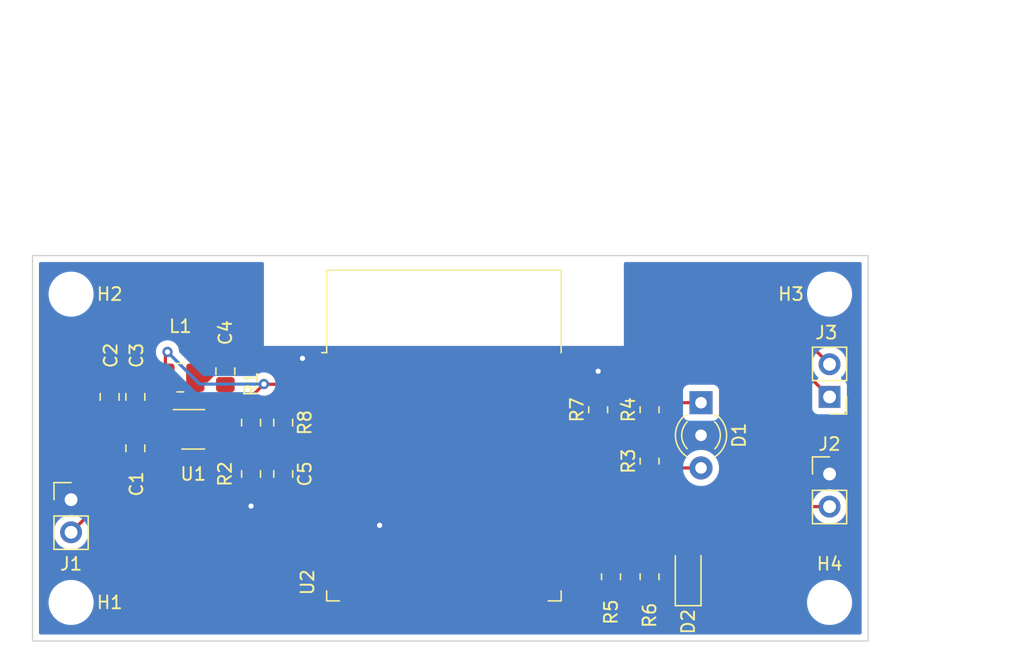
<source format=kicad_pcb>
(kicad_pcb (version 20211014) (generator pcbnew)
  (layers (0 "F.Cu" signal) (31 "B.Cu" signal) (34 "B.Paste" user) (35 "F.Paste" user) (36 "B.SilkS" user "B.Silkscreen") (37 "F.SilkS" user "F.Silkscreen") (38 "B.Mask" user) (39 "F.Mask" user) (44 "Edge.Cuts" user))
  (net 0 "")
  (net 1 "+9V")
  (net 2 "GND")
  (net 3 "+3.3V")
  (net 4 "Net-(C4-Pad1)")
  (net 5 "Net-(C4-Pad2)")
  (net 6 "Net-(R1-Pad2)")
  (net 8 "Net-(U2-Pad3)")
  (net 37 "Net-(R3-Pad2)")
  (net 39 "Net-(D1-Pad1)")
  (net 40 "Net-(D1-Pad3)")
  (net 41 "Net-(D2-Pad1)")
  (net 42 "Net-(J3-Pad1)")
  (net 43 "Net-(R4-Pad1)")
  (net 44 "Net-(R5-Pad1)")
  (footprint "Diode_SMD:D_SOD-123" (layer "F.Cu") (at 146 125 90)
    (fp_text reference "D2" (at -3.5 0 90) (layer "F.SilkS"))
    (fp_text value "D_Zener")
    (fp_line (start -2.25 -1) (end -2.25 1) (layer "F.SilkS") (width 0.12))
    (fp_line (start -2.25 1) (end 1.65 1) (layer "F.SilkS") (width 0.12))
    (fp_line (start -2.25 -1) (end 1.65 -1) (layer "F.SilkS") (width 0.12))
    (pad "1" smd rect (at -1.65 0 90) (size 0.9 1.2) (layers "F.Cu" "F.Paste" "F.Mask") (net 41 "Net-(D2-Pad1)"))
    (pad "2" smd rect (at 1.65 0 90) (size 0.9 1.2) (layers "F.Cu" "F.Paste" "F.Mask") (net 2 "GND"))
  )
  (footprint "Capacitor_SMD:C_0805_2012Metric_Pad1.18x1.45mm_HandSolder" (layer "F.Cu") (at 101 111 -90)
    (fp_text reference "C2" (at -3.225 -0.08388 90) (layer "F.SilkS"))
    (fp_text value "22uF")
    (fp_line (start -0.261252 -0.735) (end 0.261252 -0.735) (layer "F.SilkS") (width 0.12))
    (fp_line (start -0.261252 0.735) (end 0.261252 0.735) (layer "F.SilkS") (width 0.12))
    (pad "1" smd roundrect (at -1.0375 0 270) (size 1.175 1.45) (layers "F.Cu" "F.Paste" "F.Mask") (roundrect_rratio 0.2127659574) (net 3 "+3.3V"))
    (pad "2" smd roundrect (at 1.0375 0 270) (size 1.175 1.45) (layers "F.Cu" "F.Paste" "F.Mask") (roundrect_rratio 0.2127659574) (net 2 "GND"))
  )
  (footprint "Resistor_SMD:R_0805_2012Metric_Pad1.20x1.40mm_HandSolder" (layer "F.Cu") (at 143 116 90)
    (fp_text reference "R3" (at 0 -1.65 90) (layer "F.SilkS"))
    (fp_text value "62")
    (fp_line (start -0.227064 0.735) (end 0.227064 0.735) (layer "F.SilkS") (width 0.12))
    (fp_line (start -0.227064 -0.735) (end 0.227064 -0.735) (layer "F.SilkS") (width 0.12))
    (pad "1" smd roundrect (at -1 0 90) (size 1.2 1.4) (layers "F.Cu" "F.Paste" "F.Mask") (roundrect_rratio 0.2083333333) (net 40 "Net-(D1-Pad3)"))
    (pad "2" smd roundrect (at 1 0 90) (size 1.2 1.4) (layers "F.Cu" "F.Paste" "F.Mask") (roundrect_rratio 0.2083333333) (net 37 "Net-(R3-Pad2)"))
  )
  (footprint "Connector_PinHeader_2.54mm:PinHeader_1x02_P2.54mm_Vertical" (layer "F.Cu") (at 157 117)
    (fp_text reference "J2" (at 0 -2.33) (layer "F.SilkS"))
    (fp_text value "Treatment Port")
    (fp_line (start -1.33 0) (end -1.33 -1.33) (layer "F.SilkS") (width 0.12))
    (fp_line (start 1.33 1.27) (end 1.33 3.87) (layer "F.SilkS") (width 0.12))
    (fp_line (start -1.33 1.27) (end -1.33 3.87) (layer "F.SilkS") (width 0.12))
    (fp_line (start -1.33 -1.33) (end 0 -1.33) (layer "F.SilkS") (width 0.12))
    (fp_line (start -1.33 3.87) (end 1.33 3.87) (layer "F.SilkS") (width 0.12))
    (fp_line (start -1.33 1.27) (end 1.33 1.27) (layer "F.SilkS") (width 0.12))
    (pad "1" thru_hole rect (at 0 0) (size 1.7 1.7) (drill 1) (layers *.Cu *.Mask) (net 2 "GND"))
    (pad "2" thru_hole oval (at 0 2.54) (size 1.7 1.7) (drill 1) (layers *.Cu *.Mask) (net 41 "Net-(D2-Pad1)"))
  )
  (footprint "MountingHole:MountingHole_2.5mm" (layer "F.Cu") (at 157 127)
    (fp_text reference "H4" (at 0 -3) (layer "F.SilkS"))
    (fp_text value "MountingHole")
    (pad "" np_thru_hole circle (at 0 0) (size 2.5 2.5) (drill 2.5) (layers *.Cu *.Mask))
  )
  (footprint "Resistor_SMD:R_0805_2012Metric_Pad1.20x1.40mm_HandSolder" (layer "F.Cu") (at 143 125 90)
    (fp_text reference "R6" (at -3 0 90) (layer "F.SilkS"))
    (fp_text value "1k")
    (fp_line (start -0.227064 -0.735) (end 0.227064 -0.735) (layer "F.SilkS") (width 0.12))
    (fp_line (start -0.227064 0.735) (end 0.227064 0.735) (layer "F.SilkS") (width 0.12))
    (pad "1" smd roundrect (at -1 0 90) (size 1.2 1.4) (layers "F.Cu" "F.Paste" "F.Mask") (roundrect_rratio 0.2083333333) (net 41 "Net-(D2-Pad1)"))
    (pad "2" smd roundrect (at 1 0 90) (size 1.2 1.4) (layers "F.Cu" "F.Paste" "F.Mask") (roundrect_rratio 0.2083333333) (net 2 "GND"))
  )
  (footprint "Capacitor_SMD:C_0805_2012Metric_Pad1.18x1.45mm_HandSolder" (layer "F.Cu") (at 114.5 117 -90)
    (fp_text reference "C5" (at 0 -1.68 90) (layer "F.SilkS"))
    (fp_text value "100nF")
    (fp_line (start -0.261252 0.735) (end 0.261252 0.735) (layer "F.SilkS") (width 0.12))
    (fp_line (start -0.261252 -0.735) (end 0.261252 -0.735) (layer "F.SilkS") (width 0.12))
    (pad "1" smd roundrect (at -1.0375 0 270) (size 1.175 1.45) (layers "F.Cu" "F.Paste" "F.Mask") (roundrect_rratio 0.212766) (net 8 "Net-(U2-Pad3)"))
    (pad "2" smd roundrect (at 1.0375 0 270) (size 1.175 1.45) (layers "F.Cu" "F.Paste" "F.Mask") (roundrect_rratio 0.212766) (net 2 "GND"))
  )
  (footprint "Resistor_SMD:R_0805_2012Metric_Pad1.20x1.40mm_HandSolder" (layer "F.Cu") (at 140 125 -90)
    (fp_text reference "R5" (at 2.75 0 90) (layer "F.SilkS"))
    (fp_text value "1k")
    (fp_line (start -0.227064 0.735) (end 0.227064 0.735) (layer "F.SilkS") (width 0.12))
    (fp_line (start -0.227064 -0.735) (end 0.227064 -0.735) (layer "F.SilkS") (width 0.12))
    (pad "1" smd roundrect (at -1 0 270) (size 1.2 1.4) (layers "F.Cu" "F.Paste" "F.Mask") (roundrect_rratio 0.2083333333) (net 44 "Net-(R5-Pad1)"))
    (pad "2" smd roundrect (at 1 0 270) (size 1.2 1.4) (layers "F.Cu" "F.Paste" "F.Mask") (roundrect_rratio 0.2083333333) (net 41 "Net-(D2-Pad1)"))
  )
  (footprint "Connector_PinHeader_2.54mm:PinHeader_1x02_P2.54mm_Vertical" (layer "F.Cu") (at 98 119)
    (fp_text reference "J1" (at 0 5) (layer "F.SilkS"))
    (fp_text value "9V")
    (fp_line (start 1.33 1.27) (end 1.33 3.87) (layer "F.SilkS") (width 0.12))
    (fp_line (start -1.33 1.27) (end -1.33 3.87) (layer "F.SilkS") (width 0.12))
    (fp_line (start -1.33 0) (end -1.33 -1.33) (layer "F.SilkS") (width 0.12))
    (fp_line (start -1.33 1.27) (end 1.33 1.27) (layer "F.SilkS") (width 0.12))
    (fp_line (start -1.33 3.87) (end 1.33 3.87) (layer "F.SilkS") (width 0.12))
    (fp_line (start -1.33 -1.33) (end 0 -1.33) (layer "F.SilkS") (width 0.12))
    (pad "1" thru_hole rect (at 0 0) (size 1.7 1.7) (drill 1) (layers *.Cu *.Mask) (net 2 "GND"))
    (pad "2" thru_hole oval (at 0 2.54) (size 1.7 1.7) (drill 1) (layers *.Cu *.Mask) (net 1 "+9V"))
  )
  (footprint "RF_Module:ESP32-WROOM-32" (layer "F.Cu") (at 127 117)
    (fp_text reference "U2" (at -10.61 8.43 90) (layer "F.SilkS"))
    (fp_text value "ESP32-WROOM-32D")
    (fp_line (start 9.12 9.88) (end 8.12 9.88) (layer "F.SilkS") (width 0.12))
    (fp_line (start -9.12 9.88) (end -8.12 9.88) (layer "F.SilkS") (width 0.12))
    (fp_line (start -9.12 -15.865) (end 9.12 -15.865) (layer "F.SilkS") (width 0.12))
    (fp_line (start -9.12 -9.445) (end -9.5 -9.445) (layer "F.SilkS") (width 0.12))
    (fp_line (start 9.12 -15.865) (end 9.12 -9.445) (layer "F.SilkS") (width 0.12))
    (fp_line (start -9.12 9.1) (end -9.12 9.88) (layer "F.SilkS") (width 0.12))
    (fp_line (start -9.12 -15.865) (end -9.12 -9.445) (layer "F.SilkS") (width 0.12))
    (fp_line (start 9.12 9.1) (end 9.12 9.88) (layer "F.SilkS") (width 0.12))
    (pad "1" smd rect (at -8.5 -8.255) (size 2 0.9) (layers "F.Cu" "F.Paste" "F.Mask") (net 2 "GND"))
    (pad "2" smd rect (at -8.5 -6.985) (size 2 0.9) (layers "F.Cu" "F.Paste" "F.Mask") (net 3 "+3.3V"))
    (pad "3" smd rect (at -8.5 -5.715) (size 2 0.9) (layers "F.Cu" "F.Paste" "F.Mask") (net 8 "Net-(U2-Pad3)"))
    (pad "4" smd rect (at -8.5 -4.445) (size 2 0.9) (layers "F.Cu" "F.Paste" "F.Mask"))
    (pad "5" smd rect (at -8.5 -3.175) (size 2 0.9) (layers "F.Cu" "F.Paste" "F.Mask"))
    (pad "6" smd rect (at -8.5 -1.905) (size 2 0.9) (layers "F.Cu" "F.Paste" "F.Mask"))
    (pad "7" smd rect (at -8.5 -0.635) (size 2 0.9) (layers "F.Cu" "F.Paste" "F.Mask"))
    (pad "8" smd rect (at -8.5 0.635) (size 2 0.9) (layers "F.Cu" "F.Paste" "F.Mask"))
    (pad "9" smd rect (at -8.5 1.905) (size 2 0.9) (layers "F.Cu" "F.Paste" "F.Mask"))
    (pad "10" smd rect (at -8.5 3.175) (size 2 0.9) (layers "F.Cu" "F.Paste" "F.Mask"))
    (pad "11" smd rect (at -8.5 4.445) (size 2 0.9) (layers "F.Cu" "F.Paste" "F.Mask"))
    (pad "12" smd rect (at -8.5 5.715) (size 2 0.9) (layers "F.Cu" "F.Paste" "F.Mask"))
    (pad "13" smd rect (at -8.5 6.985) (size 2 0.9) (layers "F.Cu" "F.Paste" "F.Mask"))
    (pad "14" smd rect (at -8.5 8.255) (size 2 0.9) (layers "F.Cu" "F.Paste" "F.Mask"))
    (pad "15" smd rect (at -5.715 9.255 90) (size 2 0.9) (layers "F.Cu" "F.Paste" "F.Mask") (net 2 "GND"))
    (pad "16" smd rect (at -4.445 9.255 90) (size 2 0.9) (layers "F.Cu" "F.Paste" "F.Mask"))
    (pad "17" smd rect (at -3.175 9.255 90) (size 2 0.9) (layers "F.Cu" "F.Paste" "F.Mask"))
    (pad "18" smd rect (at -1.905 9.255 90) (size 2 0.9) (layers "F.Cu" "F.Paste" "F.Mask"))
    (pad "19" smd rect (at -0.635 9.255 90) (size 2 0.9) (layers "F.Cu" "F.Paste" "F.Mask"))
    (pad "20" smd rect (at 0.635 9.255 90) (size 2 0.9) (layers "F.Cu" "F.Paste" "F.Mask"))
    (pad "21" smd rect (at 1.905 9.255 90) (size 2 0.9) (layers "F.Cu" "F.Paste" "F.Mask"))
    (pad "22" smd rect (at 3.175 9.255 90) (size 2 0.9) (layers "F.Cu" "F.Paste" "F.Mask"))
    (pad "23" smd rect (at 4.445 9.255 90) (size 2 0.9) (layers "F.Cu" "F.Paste" "F.Mask"))
    (pad "24" smd rect (at 5.715 9.255 90) (size 2 0.9) (layers "F.Cu" "F.Paste" "F.Mask"))
    (pad "25" smd rect (at 8.5 8.255) (size 2 0.9) (layers "F.Cu" "F.Paste" "F.Mask"))
    (pad "26" smd rect (at 8.5 6.985) (size 2 0.9) (layers "F.Cu" "F.Paste" "F.Mask") (net 44 "Net-(R5-Pad1)"))
    (pad "27" smd rect (at 8.5 5.715) (size 2 0.9) (layers "F.Cu" "F.Paste" "F.Mask") (net 37 "Net-(R3-Pad2)"))
    (pad "28" smd rect (at 8.5 4.445) (size 2 0.9) (layers "F.Cu" "F.Paste" "F.Mask") (net 43 "Net-(R4-Pad1)"))
    (pad "29" smd rect (at 8.5 3.175) (size 2 0.9) (layers "F.Cu" "F.Paste" "F.Mask"))
    (pad "30" smd rect (at 8.5 1.905) (size 2 0.9) (layers "F.Cu" "F.Paste" "F.Mask") (net 42 "Net-(J3-Pad1)"))
    (pad "31" smd rect (at 8.5 0.635) (size 2 0.9) (layers "F.Cu" "F.Paste" "F.Mask"))
    (pad "32" smd rect (at 8.5 -0.635) (size 2 0.9) (layers "F.Cu" "F.Paste" "F.Mask"))
    (pad "33" smd rect (at 8.5 -1.905) (size 2 0.9) (layers "F.Cu" "F.Paste" "F.Mask"))
    (pad "34" smd rect (at 8.5 -3.175) (size 2 0.9) (layers "F.Cu" "F.Paste" "F.Mask"))
    (pad "35" smd rect (at 8.5 -4.445) (size 2 0.9) (layers "F.Cu" "F.Paste" "F.Mask"))
    (pad "36" smd rect (at 8.5 -5.715) (size 2 0.9) (layers "F.Cu" "F.Paste" "F.Mask"))
    (pad "37" smd rect (at 8.5 -6.985) (size 2 0.9) (layers "F.Cu" "F.Paste" "F.Mask"))
    (pad "38" smd rect (at 8.5 -8.255) (size 2 0.9) (layers "F.Cu" "F.Paste" "F.Mask") (net 2 "GND"))
    (pad "39" smd rect (at -1 -0.755) (size 5 5) (layers "F.Cu" "F.Paste" "F.Mask") (net 2 "GND"))
    (zone (net 0) (net_name "") (layers *.Cu) (connect_pads (clearance 0)) (min_thickness 0.254)
      (keepout (tracks not_allowed) (vias not_allowed) (pads not_allowed) (copperpour not_allowed) (footprints not_allowed))
      (fill (thermal_gap 0.508) (thermal_bridge_width 0.508))
      (polygon (pts (xy 113 107.03) (xy 141 107.03) (xy 141 96.25) (xy 113 96.25)))
    )
  )
  (footprint "Capacitor_SMD:C_0805_2012Metric_Pad1.18x1.45mm_HandSolder" (layer "F.Cu") (at 112 113 -90)
    (fp_text reference "R1" (at -3 0 90) (layer "F.SilkS"))
    (fp_text value "31k6")
    (fp_line (start -0.261252 0.735) (end 0.261252 0.735) (layer "F.SilkS") (width 0.12))
    (fp_line (start -0.261252 -0.735) (end 0.261252 -0.735) (layer "F.SilkS") (width 0.12))
    (pad "1" smd roundrect (at -1.0375 0 270) (size 1.175 1.45) (layers "F.Cu" "F.Paste" "F.Mask") (roundrect_rratio 0.2127659574) (net 3 "+3.3V"))
    (pad "2" smd roundrect (at 1.0375 0 270) (size 1.175 1.45) (layers "F.Cu" "F.Paste" "F.Mask") (roundrect_rratio 0.2127659574) (net 6 "Net-(R1-Pad2)"))
  )
  (footprint "MountingHole:MountingHole_2.5mm" (layer "F.Cu") (at 98 127)
    (fp_text reference "H1" (at 3 0) (layer "F.SilkS"))
    (fp_text value "MountingHole")
    (pad "" np_thru_hole circle (at 0 0) (size 2.5 2.5) (drill 2.5) (layers *.Cu *.Mask))
  )
  (footprint "Capacitor_SMD:C_0805_2012Metric_Pad1.18x1.45mm_HandSolder" (layer "F.Cu") (at 114.5 113 -90)
    (fp_text reference "R8" (at 0 -1.68 90) (layer "F.SilkS"))
    (fp_text value "10k")
    (fp_line (start -0.261252 0.735) (end 0.261252 0.735) (layer "F.SilkS") (width 0.12))
    (fp_line (start -0.261252 -0.735) (end 0.261252 -0.735) (layer "F.SilkS") (width 0.12))
    (pad "1" smd roundrect (at -1.0375 0 270) (size 1.175 1.45) (layers "F.Cu" "F.Paste" "F.Mask") (roundrect_rratio 0.212766) (net 3 "+3.3V"))
    (pad "2" smd roundrect (at 1.0375 0 270) (size 1.175 1.45) (layers "F.Cu" "F.Paste" "F.Mask") (roundrect_rratio 0.212766) (net 8 "Net-(U2-Pad3)"))
  )
  (footprint "MountingHole:MountingHole_2.5mm" (layer "F.Cu") (at 157 103)
    (fp_text reference "H3" (at -3 0) (layer "F.SilkS"))
    (fp_text value "MountingHole")
    (pad "" np_thru_hole circle (at 0 0) (size 2.5 2.5) (drill 2.5) (layers *.Cu *.Mask))
  )
  (footprint "Capacitor_SMD:C_0805_2012Metric_Pad1.18x1.45mm_HandSolder" (layer "F.Cu") (at 103 115 90)
    (fp_text reference "C1" (at -2.775 0.08388 90) (layer "F.SilkS"))
    (fp_text value "10uF")
    (fp_line (start -0.261252 0.735) (end 0.261252 0.735) (layer "F.SilkS") (width 0.12))
    (fp_line (start -0.261252 -0.735) (end 0.261252 -0.735) (layer "F.SilkS") (width 0.12))
    (pad "1" smd roundrect (at -1.0375 0 90) (size 1.175 1.45) (layers "F.Cu" "F.Paste" "F.Mask") (roundrect_rratio 0.2127659574) (net 1 "+9V"))
    (pad "2" smd roundrect (at 1.0375 0 90) (size 1.175 1.45) (layers "F.Cu" "F.Paste" "F.Mask") (roundrect_rratio 0.2127659574) (net 2 "GND"))
  )
  (footprint "Capacitor_SMD:C_0805_2012Metric_Pad1.18x1.45mm_HandSolder" (layer "F.Cu") (at 112 117 -90)
    (fp_text reference "R2" (at 0 2.025 90) (layer "F.SilkS"))
    (fp_text value "10k")
    (fp_line (start -0.261252 0.735) (end 0.261252 0.735) (layer "F.SilkS") (width 0.12))
    (fp_line (start -0.261252 -0.735) (end 0.261252 -0.735) (layer "F.SilkS") (width 0.12))
    (pad "1" smd roundrect (at -1.0375 0 270) (size 1.175 1.45) (layers "F.Cu" "F.Paste" "F.Mask") (roundrect_rratio 0.2127659574) (net 6 "Net-(R1-Pad2)"))
    (pad "2" smd roundrect (at 1.0375 0 270) (size 1.175 1.45) (layers "F.Cu" "F.Paste" "F.Mask") (roundrect_rratio 0.2127659574) (net 2 "GND"))
  )
  (footprint "Connector_PinHeader_2.54mm:PinHeader_1x02_P2.54mm_Vertical" (layer "F.Cu") (at 157 111 180)
    (fp_text reference "J3" (at 0.25 5) (layer "F.SilkS"))
    (fp_text value "Bracelet Enable")
    (fp_line (start -1.33 0) (end -1.33 -1.33) (layer "F.SilkS") (width 0.12))
    (fp_line (start -1.33 3.87) (end 1.33 3.87) (layer "F.SilkS") (width 0.12))
    (fp_line (start -1.33 1.27) (end 1.33 1.27) (layer "F.SilkS") (width 0.12))
    (fp_line (start -1.33 -1.33) (end 0 -1.33) (layer "F.SilkS") (width 0.12))
    (fp_line (start -1.33 1.27) (end -1.33 3.87) (layer "F.SilkS") (width 0.12))
    (fp_line (start 1.33 1.27) (end 1.33 3.87) (layer "F.SilkS") (width 0.12))
    (pad "1" thru_hole rect (at 0 0 180) (size 1.7 1.7) (drill 1) (layers *.Cu *.Mask) (net 42 "Net-(J3-Pad1)"))
    (pad "2" thru_hole oval (at 0 2.54 180) (size 1.7 1.7) (drill 1) (layers *.Cu *.Mask) (net 3 "+3.3V"))
  )
  (footprint "LED_THT:LED_D3.0mm-3" (layer "F.Cu") (at 147 111.45 -90)
    (fp_text reference "D1" (at 2.54 -2.96 90) (layer "F.SilkS"))
    (fp_text value "LED_Dual_AKA")
    (fp_line (start 0.98 -1.236) (end 0.98 -1.08) (layer "F.SilkS") (width 0.12))
    (fp_line (start 0.98 1.08) (end 0.98 1.236) (layer "F.SilkS") (width 0.12))
    (fp_arc (start 4.212335 1.078608) (mid 2.636487 1.987659) (end 0.98 1.235516) (layer "F.SilkS") (width 0.12))
    (fp_arc (start 0.98 -1.235516) (mid 2.636487 -1.987659) (end 4.212335 -1.078608) (layer "F.SilkS") (width 0.12))
    (fp_arc (start 1.499039 -1.08) (mid 2.540117 -1.5) (end 3.58113 -1.079837) (layer "F.SilkS") (width 0.12))
    (fp_arc (start 3.58113 1.079837) (mid 2.540117 1.5) (end 1.499039 1.08) (layer "F.SilkS") (width 0.12))
    (pad "1" thru_hole rect (at 0 0 270) (size 1.8 1.8) (drill 0.9) (layers *.Cu *.Mask) (net 39 "Net-(D1-Pad1)"))
    (pad "2" thru_hole circle (at 2.54 0 270) (size 1.8 1.8) (drill 0.9) (layers *.Cu *.Mask) (net 2 "GND"))
    (pad "3" thru_hole circle (at 5.08 0 270) (size 1.8 1.8) (drill 0.9) (layers *.Cu *.Mask) (net 40 "Net-(D1-Pad3)"))
  )
  (footprint "Capacitor_SMD:C_0805_2012Metric_Pad1.18x1.45mm_HandSolder" (layer "F.Cu") (at 110 109 -90)
    (fp_text reference "C4" (at -3 0 90) (layer "F.SilkS"))
    (fp_text value "100nF")
    (fp_line (start -0.261252 -0.735) (end 0.261252 -0.735) (layer "F.SilkS") (width 0.12))
    (fp_line (start -0.261252 0.735) (end 0.261252 0.735) (layer "F.SilkS") (width 0.12))
    (pad "1" smd roundrect (at -1.0375 0 270) (size 1.175 1.45) (layers "F.Cu" "F.Paste" "F.Mask") (roundrect_rratio 0.2127659574) (net 4 "Net-(C4-Pad1)"))
    (pad "2" smd roundrect (at 1.0375 0 270) (size 1.175 1.45) (layers "F.Cu" "F.Paste" "F.Mask") (roundrect_rratio 0.2127659574) (net 5 "Net-(C4-Pad2)"))
  )
  (footprint "Inductor_SMD:L_1008_2520Metric_Pad1.43x2.20mm_HandSolder" (layer "F.Cu") (at 106.5 109.5 180)
    (fp_text reference "L1" (at 0 4) (layer "F.SilkS"))
    (fp_text value "3.3uH")
    (fp_line (start -0.261252 1.11) (end 0.261252 1.11) (layer "F.SilkS") (width 0.12))
    (fp_line (start -0.261252 -1.11) (end 0.261252 -1.11) (layer "F.SilkS") (width 0.12))
    (pad "1" smd roundrect (at -1.1625 0 180) (size 1.425 2.2) (layers "F.Cu" "F.Paste" "F.Mask") (roundrect_rratio 0.1754392982) (net 4 "Net-(C4-Pad1)"))
    (pad "2" smd roundrect (at 1.1625 0 180) (size 1.425 2.2) (layers "F.Cu" "F.Paste" "F.Mask") (roundrect_rratio 0.1754392982) (net 3 "+3.3V"))
  )
  (footprint "Capacitor_SMD:C_0805_2012Metric_Pad1.18x1.45mm_HandSolder" (layer "F.Cu") (at 103 111 -90)
    (fp_text reference "C3" (at -3.225 -0.08388 90) (layer "F.SilkS"))
    (fp_text value "22uF")
    (fp_line (start -0.261252 -0.735) (end 0.261252 -0.735) (layer "F.SilkS") (width 0.12))
    (fp_line (start -0.261252 0.735) (end 0.261252 0.735) (layer "F.SilkS") (width 0.12))
    (pad "1" smd roundrect (at -1.0375 0 270) (size 1.175 1.45) (layers "F.Cu" "F.Paste" "F.Mask") (roundrect_rratio 0.2127659574) (net 3 "+3.3V"))
    (pad "2" smd roundrect (at 1.0375 0 270) (size 1.175 1.45) (layers "F.Cu" "F.Paste" "F.Mask") (roundrect_rratio 0.2127659574) (net 2 "GND"))
  )
  (footprint "MountingHole:MountingHole_2.5mm" (layer "F.Cu") (at 98 103)
    (fp_text reference "H2" (at 3 0) (layer "F.SilkS"))
    (fp_text value "MountingHole")
    (pad "" np_thru_hole circle (at 0 0) (size 2.5 2.5) (drill 2.5) (layers *.Cu *.Mask))
  )
  (footprint "Package_TO_SOT_SMD:TSOT-23-6_HandSoldering" (layer "F.Cu") (at 107.5 113.5)
    (fp_text reference "U1" (at 0 3.5) (layer "F.SilkS"))
    (fp_text value "AP62250WU")
    (fp_line (start -0.88 1.56) (end 0.88 1.56) (layer "F.SilkS") (width 0.12))
    (fp_line (start 0.88 -1.51) (end -1.55 -1.51) (layer "F.SilkS") (width 0.12))
    (pad "1" smd rect (at -1.71 -0.95) (size 2 0.65) (layers "F.Cu" "F.Paste" "F.Mask") (net 2 "GND"))
    (pad "2" smd rect (at -1.71 0) (size 2 0.65) (layers "F.Cu" "F.Paste" "F.Mask") (net 4 "Net-(C4-Pad1)"))
    (pad "3" smd rect (at -1.71 0.95) (size 2 0.65) (layers "F.Cu" "F.Paste" "F.Mask") (net 1 "+9V"))
    (pad "4" smd rect (at 1.71 0.95) (size 2 0.65) (layers "F.Cu" "F.Paste" "F.Mask") (net 6 "Net-(R1-Pad2)"))
    (pad "5" smd rect (at 1.71 0) (size 2 0.65) (layers "F.Cu" "F.Paste" "F.Mask"))
    (pad "6" smd rect (at 1.71 -0.95) (size 2 0.65) (layers "F.Cu" "F.Paste" "F.Mask") (net 5 "Net-(C4-Pad2)"))
  )
  (footprint "Resistor_SMD:R_0805_2012Metric_Pad1.20x1.40mm_HandSolder" (layer "F.Cu") (at 139 112 90)
    (fp_text reference "R7" (at 0 -1.65 90) (layer "F.SilkS"))
    (fp_text value "1k")
    (fp_line (start -0.227064 0.735) (end 0.227064 0.735) (layer "F.SilkS") (width 0.12))
    (fp_line (start -0.227064 -0.735) (end 0.227064 -0.735) (layer "F.SilkS") (width 0.12))
    (pad "1" smd roundrect (at -1 0 90) (size 1.2 1.4) (layers "F.Cu" "F.Paste" "F.Mask") (roundrect_rratio 0.2083333333) (net 42 "Net-(J3-Pad1)"))
    (pad "2" smd roundrect (at 1 0 90) (size 1.2 1.4) (layers "F.Cu" "F.Paste" "F.Mask") (roundrect_rratio 0.2083333333) (net 2 "GND"))
  )
  (footprint "Resistor_SMD:R_0805_2012Metric_Pad1.20x1.40mm_HandSolder" (layer "F.Cu") (at 143 112 90)
    (fp_text reference "R4" (at 0 -1.65 90) (layer "F.SilkS"))
    (fp_text value "62")
    (fp_line (start -0.227064 -0.735) (end 0.227064 -0.735) (layer "F.SilkS") (width 0.12))
    (fp_line (start -0.227064 0.735) (end 0.227064 0.735) (layer "F.SilkS") (width 0.12))
    (pad "1" smd roundrect (at -1 0 90) (size 1.2 1.4) (layers "F.Cu" "F.Paste" "F.Mask") (roundrect_rratio 0.2083333333) (net 43 "Net-(R4-Pad1)"))
    (pad "2" smd roundrect (at 1 0 90) (size 1.2 1.4) (layers "F.Cu" "F.Paste" "F.Mask") (roundrect_rratio 0.2083333333) (net 39 "Net-(D1-Pad1)"))
  )
  (gr_rect (start 95 100) (end 160 130) (layer "Edge.Cuts") (width 0.1) (fill none))
  (segment (start 98 121.54) (end 103 116.54) (width 0.25) (layer "F.Cu") (net 1))
  (segment (start 103 116.0375) (end 104.2025 116.0375) (width 0.75) (layer "F.Cu") (net 1))
  (segment (start 103 116.54) (end 103 116.0375) (width 0.25) (layer "F.Cu") (net 1))
  (segment (start 104.2025 116.0375) (end 105.79 114.45) (width 0.75) (layer "F.Cu") (net 1))
  (segment (start 138.745 108.745) (end 135.5 108.745) (width 0.25) (layer "F.Cu") (net 2))
  (segment (start 116.745 108.745) (end 116 108) (width 0.25) (layer "F.Cu") (net 2))
  (segment (start 143 124) (end 143.65 123.35) (width 0.25) (layer "F.Cu") (net 2))
  (segment (start 101.5125 112.55) (end 101 112.0375) (width 0.75) (layer "F.Cu") (net 2))
  (segment (start 126 117) (end 122 121) (width 0.25) (layer "F.Cu") (net 2))
  (segment (start 143.65 123.35) (end 146 123.35) (width 0.25) (layer "F.Cu") (net 2))
  (segment (start 112 118.0375) (end 112 119.5) (width 0.25) (layer "F.Cu") (net 2))
  (segment (start 152 117) (end 157 117) (width 0.25) (layer "F.Cu") (net 2))
  (segment (start 103 112.0375) (end 103 113.9625) (width 0.75) (layer "F.Cu") (net 2))
  (segment (start 118.5 108.745) (end 116.745 108.745) (width 0.25) (layer "F.Cu") (net 2))
  (segment (start 139 111) (end 139 109) (width 0.25) (layer "F.Cu") (net 2))
  (segment (start 139 109) (end 138.745 108.745) (width 0.25) (layer "F.Cu") (net 2))
  (segment (start 114.5 118.0375) (end 112 118.0375) (width 0.25) (layer "F.Cu") (net 2))
  (segment (start 121.285 126.255) (end 121.285 121.715) (width 0.25) (layer "F.Cu") (net 2))
  (segment (start 126 116.245) (end 126 117) (width 0.25) (layer "F.Cu") (net 2))
  (segment (start 103 114) (end 103 113.9625) (width 0.25) (layer "F.Cu") (net 2))
  (segment (start 98 119) (end 103 114) (width 0.25) (layer "F.Cu") (net 2))
  (segment (start 146 123) (end 152 117) (width 0.25) (layer "F.Cu") (net 2))
  (segment (start 146 123.35) (end 146 123) (width 0.25) (layer "F.Cu") (net 2))
  (segment (start 105.79 112.55) (end 101.5125 112.55) (width 0.75) (layer "F.Cu") (net 2))
  (segment (start 121.285 121.715) (end 122 121) (width 0.25) (layer "F.Cu") (net 2))
  (via (at 122 121) (size 0.8) (drill 0.4) (layers "F.Cu" "B.Cu") (net 2))
  (via (at 116 108) (size 0.8) (drill 0.4) (layers "F.Cu" "B.Cu") (net 2))
  (via (at 112 119.5) (size 0.8) (drill 0.4) (layers "F.Cu" "B.Cu") (net 2))
  (via (at 139 109) (size 0.8) (drill 0.4) (layers "F.Cu" "B.Cu") (net 2))
  (segment (start 112 111) (end 113 110) (width 0.25) (layer "F.Cu") (net 3))
  (segment (start 113.015 110.015) (end 114.485 110.015) (width 0.25) (layer "F.Cu") (net 3))
  (segment (start 114.5 111.9625) (end 114.5 110.03) (width 0.25) (layer "F.Cu") (net 3))
  (segment (start 105.3375 109.5) (end 105.3375 107.6625) (width 0.25) (layer "F.Cu") (net 3))
  (segment (start 103 109.9625) (end 104.875 109.9625) (width 0.75) (layer "F.Cu") (net 3))
  (segment (start 157 108.46) (end 156.04 107.5) (width 0.25) (layer "F.Cu") (net 3))
  (segment (start 119.75 110.015) (end 118.5 110.015) (width 0.25) (layer "F.Cu") (net 3))
  (segment (start 112 111.9625) (end 112 111) (width 0.25) (layer "F.Cu") (net 3))
  (segment (start 156.04 107.5) (end 122.265 107.5) (width 0.25) (layer "F.Cu") (net 3))
  (segment (start 122.265 107.5) (end 119.75 110.015) (width 0.25) (layer "F.Cu") (net 3))
  (segment (start 114.485 110.015) (end 118.5 110.015) (width 0.25) (layer "F.Cu") (net 3))
  (segment (start 113 110) (end 113.015 110.015) (width 0.25) (layer "F.Cu") (net 3))
  (segment (start 101 109.9625) (end 103 109.9625) (width 0.75) (layer "F.Cu") (net 3))
  (segment (start 105.3375 107.6625) (end 105.5 107.5) (width 0.25) (layer "F.Cu") (net 3))
  (segment (start 104.875 109.9625) (end 105.3375 109.5) (width 0.25) (layer "F.Cu") (net 3))
  (segment (start 114.5 110.03) (end 114.485 110.015) (width 0.25) (layer "F.Cu") (net 3))
  (via (at 113 110) (size 0.8) (drill 0.4) (layers "F.Cu" "B.Cu") (net 3))
  (via (at 105.5 107.5) (size 0.8) (drill 0.4) (layers "F.Cu" "B.Cu") (net 3))
  (segment (start 108 110) (end 113 110) (width 0.25) (layer "B.Cu") (net 3))
  (segment (start 105.5 107.5) (end 108 110) (width 0.25) (layer "B.Cu") (net 3))
  (segment (start 107.6625 109.5) (end 108.4625 109.5) (width 0.75) (layer "F.Cu") (net 4))
  (segment (start 107.6625 112.8375) (end 107 113.5) (width 0.75) (layer "F.Cu") (net 4))
  (segment (start 107.6625 109.5) (end 107.6625 112.8375) (width 0.75) (layer "F.Cu") (net 4))
  (segment (start 107 113.5) (end 105.79 113.5) (width 0.25) (layer "F.Cu") (net 4))
  (segment (start 108.4625 109.5) (end 110 107.9625) (width 0.75) (layer "F.Cu") (net 4))
  (segment (start 110 112.5) (end 109.95 112.55) (width 0.25) (layer "F.Cu") (net 5))
  (segment (start 109.95 112.55) (end 109.21 112.55) (width 0.25) (layer "F.Cu") (net 5))
  (segment (start 110 110.0375) (end 110 112.5) (width 0.25) (layer "F.Cu") (net 5))
  (segment (start 112 114.0375) (end 112 115.9625) (width 0.25) (layer "F.Cu") (net 6))
  (segment (start 109.21 114.45) (end 111.5875 114.45) (width 0.25) (layer "F.Cu") (net 6))
  (segment (start 111.5875 114.45) (end 112 114.0375) (width 0.25) (layer "F.Cu") (net 6))
  (segment (start 116 113) (end 116 112) (width 0.25) (layer "F.Cu") (net 8))
  (segment (start 114.5 114.0375) (end 114.9625 114.0375) (width 0.25) (layer "F.Cu") (net 8))
  (segment (start 114.5 114.0375) (end 114.5 115.9625) (width 0.25) (layer "F.Cu") (net 8))
  (segment (start 114.9625 114.0375) (end 116 113) (width 0.25) (layer "F.Cu") (net 8))
  (segment (start 116 112) (end 116.715 111.285) (width 0.25) (layer "F.Cu") (net 8))
  (segment (start 116.715 111.285) (end 118.5 111.285) (width 0.25) (layer "F.Cu") (net 8))
  (segment (start 143 115) (end 141.8 116.2) (width 0.25) (layer "F.Cu") (net 37))
  (segment (start 141.8 117.2) (end 136.285 122.715) (width 0.25) (layer "F.Cu") (net 37))
  (segment (start 136.285 122.715) (end 135.5 122.715) (width 0.25) (layer "F.Cu") (net 37))
  (segment (start 141.8 116.2) (end 141.8 117.2) (width 0.25) (layer "F.Cu") (net 37))
  (segment (start 143 111) (end 143.45 111.45) (width 0.25) (layer "F.Cu") (net 39))
  (segment (start 143.45 111.45) (end 147 111.45) (width 0.25) (layer "F.Cu") (net 39))
  (segment (start 143.47 116.53) (end 147 116.53) (width 0.25) (layer "F.Cu") (net 40))
  (segment (start 143 117) (end 143.47 116.53) (width 0.25) (layer "F.Cu") (net 40))
  (segment (start 146 125.54) (end 152 119.54) (width 0.25) (layer "F.Cu") (net 41))
  (segment (start 146 126.65) (end 146 125.54) (width 0.25) (layer "F.Cu") (net 41))
  (segment (start 143.65 126.65) (end 146 126.65) (width 0.25) (layer "F.Cu") (net 41))
  (segment (start 140 126) (end 143 126) (width 0.25) (layer "F.Cu") (net 41))
  (segment (start 143 126) (end 143.65 126.65) (width 0.25) (layer "F.Cu") (net 41))
  (segment (start 152 119.54) (end 157 119.54) (width 0.25) (layer "F.Cu") (net 41))
  (segment (start 139 117) (end 139 113.565685) (width 0.25) (layer "F.Cu") (net 42))
  (segment (start 137 119) (end 139 117) (width 0.25) (layer "F.Cu") (net 42))
  (segment (start 136.905 118.905) (end 137 119) (width 0.25) (layer "F.Cu") (net 42))
  (segment (start 135.5 118.905) (end 136.905 118.905) (width 0.25) (layer "F.Cu") (net 42))
  (segment (start 139.4 113.165685) (end 139.282842 113.282843) (width 0.25) (layer "F.Cu") (net 42))
  (segment (start 139 113.565685) (end 139.282843 113.282842) (width 0.25) (layer "F.Cu") (net 42))
  (segment (start 142.5 109.5) (end 155.5 109.5) (width 0.25) (layer "F.Cu") (net 42))
  (segment (start 155.5 109.5) (end 157 111) (width 0.25) (layer "F.Cu") (net 42))
  (segment (start 142.5 109.5) (end 139.4 112.6) (width 0.25) (layer "F.Cu") (net 42))
  (segment (start 139.4 112.6) (end 139.4 113.165685) (width 0.25) (layer "F.Cu") (net 42))
  (segment (start 143 113) (end 141.1 114.9) (width 0.25) (layer "F.Cu") (net 43))
  (segment (start 141.1 114.9) (end 141.1 116.9) (width 0.25) (layer "F.Cu") (net 43))
  (segment (start 141.1 116.9) (end 136.555 121.445) (width 0.25) (layer "F.Cu") (net 43))
  (segment (start 136.555 121.445) (end 135.5 121.445) (width 0.25) (layer "F.Cu") (net 43))
  (segment (start 135.5 123.985) (end 139.985 123.985) (width 0.25) (layer "F.Cu") (net 44))
  (segment (start 139.985 123.985) (end 140 124) (width 0.25) (layer "F.Cu") (net 44))
  (zone (net 2) (net_name "GND") (layer "B.Cu") (connect_pads yes (clearance 0.5)) (min_thickness 0.254) (fill yes (thermal_gap 0) (thermal_bridge_width 0.508))
    (polygon (pts (xy 160 130) (xy 95 130) (xy 95 100) (xy 160 100)))
  )
)
</source>
